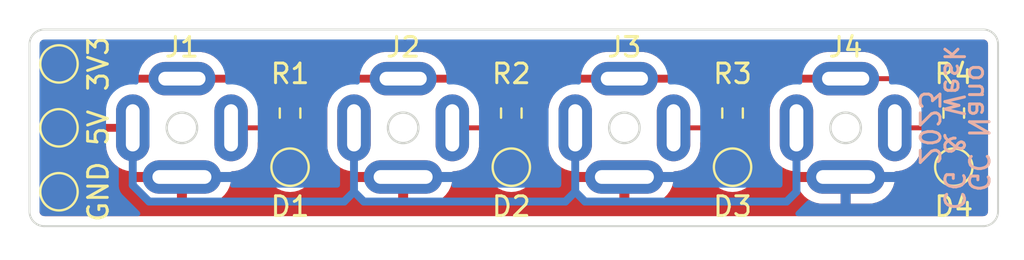
<source format=kicad_pcb>
(kicad_pcb (version 20211014) (generator pcbnew)
  (layers (0 "F.Cu" signal) (31 "B.Cu" signal) (34 "B.Paste" user) (35 "F.Paste" user) (36 "B.SilkS" user "B.Silkscreen") (37 "F.SilkS" user "F.Silkscreen") (38 "B.Mask" user) (39 "F.Mask" user) (44 "Edge.Cuts" user))
  (net 0 "")
  (net 1 "+3V3")
  (net 2 "+5V")
  (net 3 "Net-(D1-Pad1)")
  (net 4 "Net-(D2-Pad1)")
  (net 5 "Net-(D3-Pad1)")
  (net 6 "Net-(D4-Pad1)")
  (net 7 "GND")
  (footprint "Library:ASJ-165-M-G-HDW-1" (layer "F.Cu") (at 145.75 75)
    (fp_text reference "J1" (at 0 -4.1 unlocked) (layer "F.SilkS"))
    (fp_text value "ASJ-165-M-G-HDW-1")
    (fp_circle (center 0 0) (end 0.775 0) (layer "Edge.Cuts") (width 0.12) (fill none))
    (pad "1" thru_hole oval (at 0 2.5) (size 4 1.7) (drill oval 3 0.7) (layers *.Cu *.Mask) (net 7 "GND"))
    (pad "2" thru_hole oval (at -2.5 0 90) (size 3.4 1.7) (drill oval 2.4 0.7) (layers *.Cu *.Mask) (net 2 "+5V"))
    (pad "3" thru_hole oval (at 0 -2.5) (size 3.4 1.7) (drill oval 2.4 0.7) (layers *.Cu *.Mask) (net 1 "+3V3"))
    (pad "4" thru_hole oval (at 2.5 0 90) (size 3.4 1.7) (drill oval 2.4 0.7) (layers *.Cu *.Mask) (net 3 "Net-(D1-Pad1)"))
  )
  (footprint "Resistor_SMD:R_0603_1608Metric" (layer "F.Cu") (at 162.5 74.25 90)
    (fp_text reference "R2" (at 2 0 180) (layer "F.SilkS"))
    (fp_text value "10k")
    (fp_line (start -0.237258 0.5225) (end 0.237258 0.5225) (layer "F.SilkS") (width 0.12))
    (fp_line (start -0.237258 -0.5225) (end 0.237258 -0.5225) (layer "F.SilkS") (width 0.12))
    (pad "1" smd roundrect (at -0.825 0 90) (size 0.8 0.95) (layers "F.Cu" "F.Paste" "F.Mask") (net 4 "Net-(D2-Pad1)"))
    (pad "2" smd roundrect (at 0.825 0 90) (size 0.8 0.95) (layers "F.Cu" "F.Paste" "F.Mask") (net 1 "+3V3"))
  )
  (footprint "Library:ASJ-165-M-G-HDW-1" (layer "F.Cu") (at 168.25 75)
    (fp_text reference "J3" (at 0 -4.1 unlocked) (layer "F.SilkS"))
    (fp_text value "ASJ-165-M-G-HDW-1")
    (fp_circle (center 0 0) (end 0.775 0) (layer "Edge.Cuts") (width 0.12) (fill none))
    (pad "1" thru_hole oval (at 0 2.5) (size 4 1.7) (drill oval 3 0.7) (layers *.Cu *.Mask) (net 7 "GND"))
    (pad "2" thru_hole oval (at -2.5 0 90) (size 3.4 1.7) (drill oval 2.4 0.7) (layers *.Cu *.Mask) (net 2 "+5V"))
    (pad "3" thru_hole oval (at 0 -2.5) (size 3.4 1.7) (drill oval 2.4 0.7) (layers *.Cu *.Mask) (net 1 "+3V3"))
    (pad "4" thru_hole oval (at 2.5 0 90) (size 3.4 1.7) (drill oval 2.4 0.7) (layers *.Cu *.Mask) (net 5 "Net-(D3-Pad1)"))
  )
  (footprint "TestPoint:TestPoint_Pad_D1.5mm" (layer "F.Cu") (at 185 77)
    (fp_text reference "D4" (at 0 2) (layer "F.SilkS"))
    (fp_text value "GCD")
    (fp_circle (center 0 0) (end 0 0.95) (layer "F.SilkS") (width 0.12) (fill none))
    (pad "1" smd circle (at 0 0) (size 1.5 1.5) (layers "F.Cu" "F.Mask") (net 6 "Net-(D4-Pad1)"))
  )
  (footprint "Resistor_SMD:R_0603_1608Metric" (layer "F.Cu") (at 151.25 74.25 90)
    (fp_text reference "R1" (at 2 0 180) (layer "F.SilkS"))
    (fp_text value "10k")
    (fp_line (start -0.237258 -0.5225) (end 0.237258 -0.5225) (layer "F.SilkS") (width 0.12))
    (fp_line (start -0.237258 0.5225) (end 0.237258 0.5225) (layer "F.SilkS") (width 0.12))
    (pad "1" smd roundrect (at -0.825 0 90) (size 0.8 0.95) (layers "F.Cu" "F.Paste" "F.Mask") (net 3 "Net-(D1-Pad1)"))
    (pad "2" smd roundrect (at 0.825 0 90) (size 0.8 0.95) (layers "F.Cu" "F.Paste" "F.Mask") (net 1 "+3V3"))
  )
  (footprint "Library:ASJ-165-M-G-HDW-1" (layer "F.Cu") (at 179.5 75)
    (fp_text reference "J4" (at 0 -4.1 unlocked) (layer "F.SilkS"))
    (fp_text value "ASJ-165-M-G-HDW-1")
    (fp_circle (center 0 0) (end 0.775 0) (layer "Edge.Cuts") (width 0.12) (fill none))
    (pad "1" thru_hole oval (at 0 2.5) (size 4 1.7) (drill oval 3 0.7) (layers *.Cu *.Mask) (net 7 "GND"))
    (pad "2" thru_hole oval (at -2.5 0 90) (size 3.4 1.7) (drill oval 2.4 0.7) (layers *.Cu *.Mask) (net 2 "+5V"))
    (pad "3" thru_hole oval (at 0 -2.5) (size 3.4 1.7) (drill oval 2.4 0.7) (layers *.Cu *.Mask) (net 1 "+3V3"))
    (pad "4" thru_hole oval (at 2.5 0 90) (size 3.4 1.7) (drill oval 2.4 0.7) (layers *.Cu *.Mask) (net 6 "Net-(D4-Pad1)"))
  )
  (footprint "Library:ASJ-165-M-G-HDW-1" (layer "F.Cu") (at 157 75)
    (fp_text reference "J2" (at 0 -4.1 unlocked) (layer "F.SilkS"))
    (fp_text value "ASJ-165-M-G-HDW-1")
    (fp_circle (center 0 0) (end 0.775 0) (layer "Edge.Cuts") (width 0.12) (fill none))
    (pad "1" thru_hole oval (at 0 2.5) (size 4 1.7) (drill oval 3 0.7) (layers *.Cu *.Mask) (net 7 "GND"))
    (pad "2" thru_hole oval (at -2.5 0 90) (size 3.4 1.7) (drill oval 2.4 0.7) (layers *.Cu *.Mask) (net 2 "+5V"))
    (pad "3" thru_hole oval (at 0 -2.5) (size 3.4 1.7) (drill oval 2.4 0.7) (layers *.Cu *.Mask) (net 1 "+3V3"))
    (pad "4" thru_hole oval (at 2.5 0 90) (size 3.4 1.7) (drill oval 2.4 0.7) (layers *.Cu *.Mask) (net 4 "Net-(D2-Pad1)"))
  )
  (footprint "TestPoint:TestPoint_Pad_D1.5mm" (layer "F.Cu") (at 151.25 77)
    (fp_text reference "D1" (at 0 2) (layer "F.SilkS"))
    (fp_text value "GCD")
    (fp_circle (center 0 0) (end 0 0.95) (layer "F.SilkS") (width 0.12) (fill none))
    (pad "1" smd circle (at 0 0) (size 1.5 1.5) (layers "F.Cu" "F.Mask") (net 3 "Net-(D1-Pad1)"))
  )
  (footprint "Resistor_SMD:R_0603_1608Metric" (layer "F.Cu") (at 173.75 74.25 90)
    (fp_text reference "R3" (at 2 0 180) (layer "F.SilkS"))
    (fp_text value "10k")
    (fp_line (start -0.237258 -0.5225) (end 0.237258 -0.5225) (layer "F.SilkS") (width 0.12))
    (fp_line (start -0.237258 0.5225) (end 0.237258 0.5225) (layer "F.SilkS") (width 0.12))
    (pad "1" smd roundrect (at -0.825 0 90) (size 0.8 0.95) (layers "F.Cu" "F.Paste" "F.Mask") (net 5 "Net-(D3-Pad1)"))
    (pad "2" smd roundrect (at 0.825 0 90) (size 0.8 0.95) (layers "F.Cu" "F.Paste" "F.Mask") (net 1 "+3V3"))
  )
  (footprint "TestPoint:TestPoint_Pad_D1.5mm" (layer "F.Cu") (at 139.5 78.25)
    (fp_text reference "GND" (at 2 0 270) (layer "F.SilkS"))
    (fp_text value "GND")
    (fp_circle (center 0 0) (end 0 0.95) (layer "F.SilkS") (width 0.12) (fill none))
    (pad "1" smd circle (at 0 0) (size 1.5 1.5) (layers "F.Cu" "F.Mask") (net 7 "GND"))
  )
  (footprint "Resistor_SMD:R_0603_1608Metric" (layer "F.Cu") (at 185 74.25 90)
    (fp_text reference "R4" (at 2 0 180) (layer "F.SilkS"))
    (fp_text value "10k")
    (fp_line (start -0.237258 -0.5225) (end 0.237258 -0.5225) (layer "F.SilkS") (width 0.12))
    (fp_line (start -0.237258 0.5225) (end 0.237258 0.5225) (layer "F.SilkS") (width 0.12))
    (pad "1" smd roundrect (at -0.825 0 90) (size 0.8 0.95) (layers "F.Cu" "F.Paste" "F.Mask") (net 6 "Net-(D4-Pad1)"))
    (pad "2" smd roundrect (at 0.825 0 90) (size 0.8 0.95) (layers "F.Cu" "F.Paste" "F.Mask") (net 1 "+3V3"))
  )
  (footprint "TestPoint:TestPoint_Pad_D1.5mm" (layer "F.Cu") (at 139.5 75)
    (fp_text reference "5V" (at 2 0 90) (layer "F.SilkS"))
    (fp_text value "5V")
    (fp_circle (center 0 0) (end 0 0.95) (layer "F.SilkS") (width 0.12) (fill none))
    (pad "1" smd circle (at 0 0) (size 1.5 1.5) (layers "F.Cu" "F.Mask") (net 2 "+5V"))
  )
  (footprint "TestPoint:TestPoint_Pad_D1.5mm" (layer "F.Cu") (at 162.5 77)
    (fp_text reference "D2" (at 0 2) (layer "F.SilkS"))
    (fp_text value "GCD")
    (fp_circle (center 0 0) (end 0 0.95) (layer "F.SilkS") (width 0.12) (fill none))
    (pad "1" smd circle (at 0 0) (size 1.5 1.5) (layers "F.Cu" "F.Mask") (net 4 "Net-(D2-Pad1)"))
  )
  (footprint "TestPoint:TestPoint_Pad_D1.5mm" (layer "F.Cu") (at 173.75 77)
    (fp_text reference "D3" (at 0 2) (layer "F.SilkS"))
    (fp_text value "GCD")
    (fp_circle (center 0 0) (end 0 0.95) (layer "F.SilkS") (width 0.12) (fill none))
    (pad "1" smd circle (at 0 0) (size 1.5 1.5) (layers "F.Cu" "F.Mask") (net 5 "Net-(D3-Pad1)"))
  )
  (footprint "TestPoint:TestPoint_Pad_D1.5mm" (layer "F.Cu") (at 139.5 71.75)
    (fp_text reference "3V3" (at 2 0 90) (layer "F.SilkS"))
    (fp_text value "3V3")
    (fp_circle (center 0 0) (end 0 0.95) (layer "F.SilkS") (width 0.12) (fill none))
    (pad "1" smd circle (at 0 0) (size 1.5 1.5) (layers "F.Cu" "F.Mask") (net 1 "+3V3"))
  )
  (gr_arc (start 186.5 70) (mid 187.03033 70.21967) (end 187.25 70.75) (layer "Edge.Cuts") (width 0.1))
  (gr_line (start 186.5 80) (end 138.75 80) (layer "Edge.Cuts") (width 0.1))
  (gr_line (start 138.75 70) (end 186.5 70) (layer "Edge.Cuts") (width 0.1))
  (gr_arc (start 138 70.75) (mid 138.21967 70.21967) (end 138.75 70) (layer "Edge.Cuts") (width 0.1))
  (gr_line (start 187.25 70.75) (end 187.25 79.25) (layer "Edge.Cuts") (width 0.1))
  (gr_arc (start 138.75 80) (mid 138.21967 79.78033) (end 138 79.25) (layer "Edge.Cuts") (width 0.1))
  (gr_line (start 138 79.25) (end 138 70.75) (layer "Edge.Cuts") (width 0.1))
  (gr_arc (start 187.25 79.25) (mid 187.03033 79.78033) (end 186.5 80) (layer "Edge.Cuts") (width 0.1))
  (gr_text "GC Nano" (at 186.25 75 270) (layer "B.SilkS") (effects (font (size 1 1)) (justify mirror)))
  (gr_text "CG & Wesk" (at 185 75 270) (layer "B.SilkS") (effects (font (size 1 1)) (justify mirror)))
  (gr_text "2023" (at 183.75 75 270) (layer "B.SilkS") (effects (font (size 1 1)) (justify mirror)))
  (segment (start 162.5 72.5) (end 168.25 72.5) (width 0.4) (layer "F.Cu") (net 1))
  (segment (start 162.5 73.425) (end 162.5 72.5) (width 0.25) (layer "F.Cu") (net 1))
  (segment (start 145.75 72.5) (end 140.25 72.5) (width 0.4) (layer "F.Cu") (net 1))
  (segment (start 145.75 72.5) (end 151.25 72.5) (width 0.4) (layer "F.Cu") (net 1))
  (segment (start 168.25 72.5) (end 173.75 72.5) (width 0.4) (layer "F.Cu") (net 1))
  (segment (start 173.75 73.425) (end 173.75 72.5) (width 0.25) (layer "F.Cu") (net 1))
  (segment (start 140.25 72.5) (end 139.5 71.75) (width 0.4) (layer "F.Cu") (net 1))
  (segment (start 185 73.425) (end 184.075 72.5) (width 0.25) (layer "F.Cu") (net 1))
  (segment (start 157 72.5) (end 162.5 72.5) (width 0.4) (layer "F.Cu") (net 1))
  (segment (start 184.075 72.5) (end 179.5 72.5) (width 0.25) (layer "F.Cu") (net 1))
  (segment (start 151.25 72.5) (end 157 72.5) (width 0.4) (layer "F.Cu") (net 1))
  (segment (start 173.75 72.5) (end 179.5 72.5) (width 0.4) (layer "F.Cu") (net 1))
  (segment (start 151.25 73.425) (end 151.25 72.5) (width 0.25) (layer "F.Cu") (net 1))
  (segment (start 143.25 75) (end 139.5 75) (width 0.4) (layer "F.Cu") (net 2))
  (segment (start 166.25 78.75) (end 176.5 78.75) (width 0.4) (layer "B.Cu") (net 2))
  (segment (start 176.5 78.75) (end 177 78.25) (width 0.4) (layer "B.Cu") (net 2))
  (segment (start 143.25 75) (end 143.25 77.917767) (width 0.4) (layer "B.Cu") (net 2))
  (segment (start 154 78.75) (end 154.5 78.25) (width 0.4) (layer "B.Cu") (net 2))
  (segment (start 165.75 78.25) (end 165.75 75) (width 0.4) (layer "B.Cu") (net 2))
  (segment (start 154.5 78.25) (end 155 78.75) (width 0.4) (layer "B.Cu") (net 2))
  (segment (start 165.75 78.25) (end 166.25 78.75) (width 0.4) (layer "B.Cu") (net 2))
  (segment (start 154.5 78.25) (end 154.5 75) (width 0.4) (layer "B.Cu") (net 2))
  (segment (start 144.082233 78.75) (end 154 78.75) (width 0.4) (layer "B.Cu") (net 2))
  (segment (start 155 78.75) (end 165.25 78.75) (width 0.4) (layer "B.Cu") (net 2))
  (segment (start 165.25 78.75) (end 165.75 78.25) (width 0.4) (layer "B.Cu") (net 2))
  (segment (start 177 78.25) (end 177 75) (width 0.4) (layer "B.Cu") (net 2))
  (segment (start 143.25 77.917767) (end 144.082233 78.75) (width 0.4) (layer "B.Cu") (net 2))
  (segment (start 151.25 77) (end 151.25 75.075) (width 0.25) (layer "F.Cu") (net 3))
  (segment (start 151.175 75) (end 151.25 75.075) (width 0.25) (layer "F.Cu") (net 3))
  (segment (start 148.25 75) (end 151.175 75) (width 0.25) (layer "F.Cu") (net 3))
  (segment (start 151.25 74.825) (end 151.075 75) (width 0.25) (layer "F.Cu") (net 3))
  (segment (start 162.5 74.825) (end 162.325 75) (width 0.25) (layer "F.Cu") (net 4))
  (segment (start 162.5 75.075) (end 162.425 75) (width 0.25) (layer "F.Cu") (net 4))
  (segment (start 162.5 75.075) (end 162.5 77) (width 0.25) (layer "F.Cu") (net 4))
  (segment (start 162.425 75) (end 159.5 75) (width 0.25) (layer "F.Cu") (net 4))
  (segment (start 173.675 75) (end 170.75 75) (width 0.25) (layer "F.Cu") (net 5))
  (segment (start 173.75 75.075) (end 173.75 77) (width 0.25) (layer "F.Cu") (net 5))
  (segment (start 173.75 75.075) (end 173.675 75) (width 0.25) (layer "F.Cu") (net 5))
  (segment (start 185 75.075) (end 185 77) (width 0.25) (layer "F.Cu") (net 6))
  (segment (start 185 75.075) (end 184.925 75) (width 0.25) (layer "F.Cu") (net 6))
  (segment (start 184.925 75) (end 182 75) (width 0.25) (layer "F.Cu") (net 6))
  (zone (net 7) (net_name "GND") (layers F&B.Cu) (connect_pads thru_hole_only (clearance 0.508)) (min_thickness 0.254) (fill yes (thermal_gap 0.508) (thermal_bridge_width 0.508))
    (polygon (pts (xy 188.5 81.75) (xy 136.5 81.75) (xy 136.5 68.5) (xy 188.5 68.5)))
  )
)
</source>
